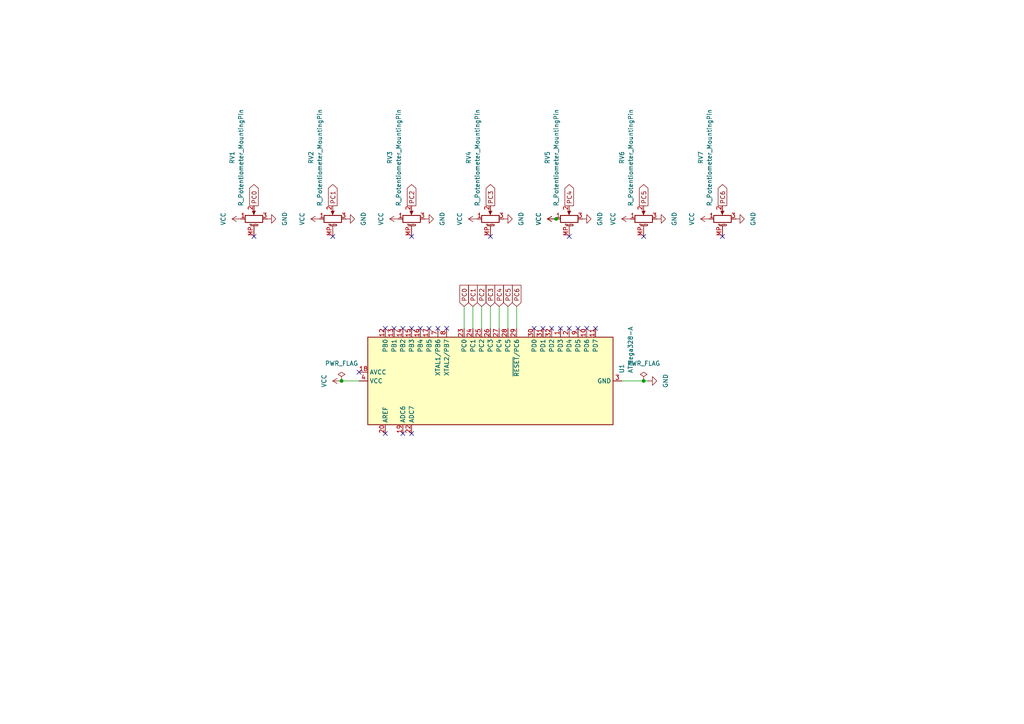
<source format=kicad_sch>
(kicad_sch (version 20231120) (generator "eeschema") (generator_version "8.0")
  (paper "A4")
  (lib_symbols
    (symbol "Device:R_Potentiometer_MountingPin" (pin_names (offset 1.016) hide)
      (property "Reference" "RV" (at -8.255 0 90))
      (property "Value" "R_Potentiometer_MountingPin" (at -6.35 0 90))
      (symbol "R_Potentiometer_MountingPin_0_1"
        (polyline (pts (xy 2.54 0) (xy 1.524 0)))
        (polyline (pts (xy 1.143 0) (xy 2.286 0.508) (xy 2.286 -0.508)) (fill (type outline)))
        (rectangle (start 1.016 2.54) (end -1.016 -2.54) (stroke (width 0.254)))
      )
      (symbol "R_Potentiometer_MountingPin_1_1"
        (polyline (pts (xy -2.032 1.016) (xy -2.032 -1.016)) (stroke (width 0.1524)))
        (text "Mounting" (at -1.651 0 900) (effects (font (size 0.381 0.381))))
        (pin passive line (at 0 3.81 270) (length 1.27) (name "1") (number "1"))
        (pin passive line (at 3.81 0 180) (length 1.27) (name "2") (number "2"))
        (pin passive line (at 0 -3.81 90) (length 1.27) (name "3") (number "3"))
        (pin passive line (at -5.08 0 0) (length 3.048) (name "MountPin") (number "MP"))
      )
    )
    (symbol "MCU_Microchip_ATmega:ATmega328-A"
      (property "Reference" "U" (at -12.7 36.83 0))
      (property "Value" "ATmega328-A" (at 2.54 -36.83 0))
      (symbol "ATmega328-A_0_1"
        (rectangle (start -12.7 -35.56) (end 12.7 35.56) (stroke (width 0.254)) (fill (type background)))
      )
      (symbol "ATmega328-A_1_1"
        (pin bidirectional line (at 15.24 -20.32 180) (length 2.54) (name "PD3") (number "1"))
        (pin bidirectional line (at 15.24 -27.94 180) (length 2.54) (name "PD6") (number "10"))
        (pin bidirectional line (at 15.24 -30.48 180) (length 2.54) (name "PD7") (number "11"))
        (pin bidirectional line (at 15.24 30.48 180) (length 2.54) (name "PB0") (number "12"))
        (pin bidirectional line (at 15.24 27.94 180) (length 2.54) (name "PB1") (number "13"))
        (pin bidirectional line (at 15.24 25.4 180) (length 2.54) (name "PB2") (number "14"))
        (pin bidirectional line (at 15.24 22.86 180) (length 2.54) (name "PB3") (number "15"))
        (pin bidirectional line (at 15.24 20.32 180) (length 2.54) (name "PB4") (number "16"))
        (pin bidirectional line (at 15.24 17.78 180) (length 2.54) (name "PB5") (number "17"))
        (pin power_in line (at 2.54 38.1 270) (length 2.54) (name "AVCC") (number "18"))
        (pin input line (at -15.24 25.4 0) (length 2.54) (name "ADC6") (number "19"))
        (pin bidirectional line (at 15.24 -22.86 180) (length 2.54) (name "PD4") (number "2"))
        (pin passive line (at -15.24 30.48 0) (length 2.54) (name "AREF") (number "20"))
        (pin passive line (at 0 -38.1 90) (length 2.54) hide (name "GND") (number "21"))
        (pin input line (at -15.24 22.86 0) (length 2.54) (name "ADC7") (number "22"))
        (pin bidirectional line (at 15.24 7.62 180) (length 2.54) (name "PC0") (number "23"))
        (pin bidirectional line (at 15.24 5.08 180) (length 2.54) (name "PC1") (number "24"))
        (pin bidirectional line (at 15.24 2.54 180) (length 2.54) (name "PC2") (number "25"))
        (pin bidirectional line (at 15.24 0 180) (length 2.54) (name "PC3") (number "26"))
        (pin bidirectional line (at 15.24 -2.54 180) (length 2.54) (name "PC4") (number "27"))
        (pin bidirectional line (at 15.24 -5.08 180) (length 2.54) (name "PC5") (number "28"))
        (pin bidirectional line (at 15.24 -7.62 180) (length 2.54) (name "~{RESET}/PC6") (number "29"))
        (pin power_in line (at 0 -38.1 90) (length 2.54) (name "GND") (number "3"))
        (pin bidirectional line (at 15.24 -12.7 180) (length 2.54) (name "PD0") (number "30"))
        (pin bidirectional line (at 15.24 -15.24 180) (length 2.54) (name "PD1") (number "31"))
        (pin bidirectional line (at 15.24 -17.78 180) (length 2.54) (name "PD2") (number "32"))
        (pin power_in line (at 0 38.1 270) (length 2.54) (name "VCC") (number "4"))
        (pin passive line (at 0 -38.1 90) (length 2.54) hide (name "GND") (number "5"))
        (pin passive line (at 0 38.1 270) (length 2.54) hide (name "VCC") (number "6"))
        (pin bidirectional line (at 15.24 15.24 180) (length 2.54) (name "XTAL1/PB6") (number "7"))
        (pin bidirectional line (at 15.24 12.7 180) (length 2.54) (name "XTAL2/PB7") (number "8"))
        (pin bidirectional line (at 15.24 -25.4 180) (length 2.54) (name "PD5") (number "9"))
      )
    )
    (symbol "power:GND" (power) (pin_numbers hide) (pin_names (offset 0) hide)
      (property "Value" "GND" (at 0 -3.81 0))
      (symbol "GND_0_1"
        (polyline (pts (xy 0 0) (xy 0 -1.27) (xy 1.27 -1.27) (xy 0 -2.54) (xy -1.27 -1.27) (xy 0 -1.27)))
      )
      (symbol "GND_1_1"
        (pin power_in line (at 0 0 270) (length 0) (name "~") (number "1"))
      )
    )
    (symbol "power:PWR_FLAG" (power) (pin_numbers hide) (pin_names (offset 0) hide)
      (property "Value" "PWR_FLAG" (at 0 3.81 0))
      (symbol "PWR_FLAG_0_0"
        (pin power_out line (at 0 0 90) (length 0) (name "~") (number "1"))
      )
      (symbol "PWR_FLAG_0_1"
        (polyline (pts (xy 0 0) (xy 0 1.27) (xy -1.016 1.905) (xy 0 2.54) (xy 1.016 1.905) (xy 0 1.27)))
      )
    )
    (symbol "power:VCC" (power) (pin_numbers hide) (pin_names (offset 0) hide)
      (property "Value" "VCC" (at 0 3.556 0))
      (symbol "VCC_0_1"
        (polyline (pts (xy -0.762 1.27) (xy 0 2.54)))
        (polyline (pts (xy 0 0) (xy 0 2.54)))
        (polyline (pts (xy 0 2.54) (xy 0.762 1.27)))
      )
      (symbol "VCC_1_1"
        (pin power_in line (at 0 0 90) (length 0) (name "~") (number "1"))
      )
    )
  )
  (junction (at 161.29 63.5))
  (junction (at 99.06 110.49))
  (junction (at 186.69 110.49))
  (no_connect (at 160.02 95.25))
  (no_connect (at 157.48 95.25))
  (no_connect (at 119.38 125.73))
  (no_connect (at 111.76 95.25))
  (no_connect (at 104.14 107.95))
  (no_connect (at 186.69 68.58))
  (no_connect (at 154.94 95.25))
  (no_connect (at 162.56 95.25))
  (no_connect (at 119.38 68.58))
  (no_connect (at 167.64 95.25))
  (no_connect (at 172.72 95.25))
  (no_connect (at 165.1 68.58))
  (no_connect (at 96.52 68.58))
  (no_connect (at 165.1 95.25))
  (no_connect (at 121.92 95.25))
  (no_connect (at 73.66 68.58))
  (no_connect (at 127 95.25))
  (no_connect (at 129.54 95.25))
  (no_connect (at 114.3 95.25))
  (no_connect (at 116.84 95.25))
  (no_connect (at 119.38 95.25))
  (no_connect (at 116.84 125.73))
  (no_connect (at 124.46 95.25))
  (no_connect (at 111.76 125.73))
  (no_connect (at 170.18 95.25))
  (no_connect (at 142.24 68.58))
  (no_connect (at 209.55 68.58))
  (wire (pts (xy 99.06 110.49) (xy 104.14 110.49)))
  (wire (pts (xy 186.69 110.49) (xy 180.34 110.49)))
  (wire (pts (xy 144.78 95.25) (xy 144.78 88.9)))
  (wire (pts (xy 187.96 110.49) (xy 186.69 110.49)))
  (wire (pts (xy 147.32 95.25) (xy 147.32 88.9)))
  (wire (pts (xy 134.62 88.9) (xy 134.62 95.25)))
  (wire (pts (xy 137.16 88.9) (xy 137.16 95.25)))
  (wire (pts (xy 142.24 95.25) (xy 142.24 88.9)))
  (wire (pts (xy 149.86 95.25) (xy 149.86 88.9)))
  (wire (pts (xy 139.7 95.25) (xy 139.7 88.9)))
  (global_label "PC6" (shape output) (at 209.55 59.69 90) (property "Intersheetrefs" "${INTERSHEET_REFS}" (effects (hide yes))))
  (global_label "PC2" (shape input) (at 139.7 88.9 90) (property "Intersheetrefs" "${INTERSHEET_REFS}" (effects (hide yes))))
  (global_label "PC2" (shape output) (at 119.38 59.69 90) (property "Intersheetrefs" "${INTERSHEET_REFS}" (effects (hide yes))))
  (global_label "PC5" (shape input) (at 147.32 88.9 90) (property "Intersheetrefs" "${INTERSHEET_REFS}" (effects (hide yes))))
  (global_label "PC0" (shape output) (at 73.66 59.69 90) (property "Intersheetrefs" "${INTERSHEET_REFS}" (effects (hide yes))))
  (global_label "PC6" (shape input) (at 149.86 88.9 90) (property "Intersheetrefs" "${INTERSHEET_REFS}" (effects (hide yes))))
  (global_label "PC5" (shape output) (at 186.69 59.69 90) (property "Intersheetrefs" "${INTERSHEET_REFS}" (effects (hide yes))))
  (global_label "PC1" (shape output) (at 96.52 59.69 90) (property "Intersheetrefs" "${INTERSHEET_REFS}" (effects (hide yes))))
  (global_label "PC3" (shape output) (at 142.24 59.69 90) (property "Intersheetrefs" "${INTERSHEET_REFS}" (effects (hide yes))))
  (global_label "PC1" (shape input) (at 137.16 88.9 90) (property "Intersheetrefs" "${INTERSHEET_REFS}" (effects (hide yes))))
  (global_label "PC0" (shape input) (at 134.62 88.9 90) (property "Intersheetrefs" "${INTERSHEET_REFS}" (effects (hide yes))))
  (global_label "PC3" (shape input) (at 142.24 88.9 90) (property "Intersheetrefs" "${INTERSHEET_REFS}" (effects (hide yes))))
  (global_label "PC4" (shape input) (at 144.78 88.9 90) (property "Intersheetrefs" "${INTERSHEET_REFS}" (effects (hide yes))))
  (global_label "PC4" (shape output) (at 165.1 59.69 90) (property "Intersheetrefs" "${INTERSHEET_REFS}" (effects (hide yes))))
  (symbol (lib_id "power:VCC") (at 92.71 63.5 90) (unit 1)
    (property "Reference" "#PWR011" (effects (hide yes)))
    (property "Value" "VCC" (at 87.63 63.5 0))
    (property "Description" "Power symbol creates a global label with name \"VCC\"" (effects (hide yes)))
  )
  (symbol (lib_id "Device:R_Potentiometer_MountingPin") (at 96.52 63.5 90) (unit 1)
    (property "Reference" "RV2" (at 90.2014 45.72 0))
    (property "Value" "R_Potentiometer_MountingPin" (at 92.7414 45.72 0))
    (property "Footprint" "Potentiometer_THT:Potentiometer_Bourns_PTA6043_Single_Slide" (effects (hide yes)))
    (property "Description" "Potentiometer with a mounting pin" (effects (hide yes)))
  )
  (symbol (lib_id "Device:R_Potentiometer_MountingPin") (at 209.55 63.5 90) (unit 1)
    (property "Reference" "RV7" (at 203.2314 45.72 0))
    (property "Value" "R_Potentiometer_MountingPin" (at 205.7714 45.72 0))
    (property "Footprint" "Potentiometer_THT:Potentiometer_Bourns_PTA6043_Single_Slide" (effects (hide yes)))
    (property "Description" "Potentiometer with a mounting pin" (effects (hide yes)))
  )
  (symbol (lib_id "power:PWR_FLAG") (at 186.69 110.49 0) (unit 1)
    (property "Reference" "#FLG02" (effects (hide yes)))
    (property "Value" "PWR_FLAG" (at 186.69 105.41 0))
    (property "Description" "Special symbol for telling ERC where power comes from" (effects (hide yes)))
  )
  (symbol (lib_id "power:VCC") (at 115.57 63.5 90) (unit 1)
    (property "Reference" "#PWR012" (effects (hide yes)))
    (property "Value" "VCC" (at 110.49 63.5 0))
    (property "Description" "Power symbol creates a global label with name \"VCC\"" (effects (hide yes)))
  )
  (symbol (lib_id "power:GND") (at 77.47 63.5 90) (unit 1)
    (property "Reference" "#PWR08" (effects (hide yes)))
    (property "Value" "GND" (at 82.55 63.5 0))
    (property "Description" "Power symbol creates a global label with name \"GND\" , ground" (effects (hide yes)))
  )
  (symbol (lib_id "power:GND") (at 168.91 63.5 90) (unit 1)
    (property "Reference" "#PWR04" (effects (hide yes)))
    (property "Value" "GND" (at 173.99 63.5 0))
    (property "Description" "Power symbol creates a global label with name \"GND\" , ground" (effects (hide yes)))
  )
  (symbol (lib_id "power:GND") (at 190.5 63.5 90) (unit 1)
    (property "Reference" "#PWR03" (effects (hide yes)))
    (property "Value" "GND" (at 195.58 63.5 0))
    (property "Description" "Power symbol creates a global label with name \"GND\" , ground" (effects (hide yes)))
  )
  (symbol (lib_id "Device:R_Potentiometer_MountingPin") (at 73.66 63.5 90) (unit 1)
    (property "Reference" "RV1" (at 67.3414 45.72 0))
    (property "Value" "R_Potentiometer_MountingPin" (at 69.8814 45.72 0))
    (property "Footprint" "Potentiometer_THT:Potentiometer_Bourns_PTA6043_Single_Slide" (effects (hide yes)))
    (property "Description" "Potentiometer with a mounting pin" (effects (hide yes)))
  )
  (symbol (lib_id "power:VCC") (at 161.29 63.5 90) (unit 1)
    (property "Reference" "#PWR015" (effects (hide yes)))
    (property "Value" "VCC" (at 156.21 63.5 0))
    (property "Description" "Power symbol creates a global label with name \"VCC\"" (effects (hide yes)))
  )
  (symbol (lib_id "power:VCC") (at 182.88 63.5 90) (unit 1)
    (property "Reference" "#PWR016" (effects (hide yes)))
    (property "Value" "VCC" (at 177.8 63.5 0))
    (property "Description" "Power symbol creates a global label with name \"VCC\"" (effects (hide yes)))
  )
  (symbol (lib_id "power:VCC") (at 161.29 63.5 90) (unit 1)
    (property "Reference" "#PWR014" (effects (hide yes)))
    (property "Value" "VCC" (at 156.21 63.5 0))
    (property "Description" "Power symbol creates a global label with name \"VCC\"" (effects (hide yes)))
  )
  (symbol (lib_id "power:PWR_FLAG") (at 99.06 110.49 0) (unit 1)
    (property "Reference" "#FLG01" (effects (hide yes)))
    (property "Value" "PWR_FLAG" (at 99.06 105.41 0))
    (property "Description" "Special symbol for telling ERC where power comes from" (effects (hide yes)))
  )
  (symbol (lib_id "Device:R_Potentiometer_MountingPin") (at 119.38 63.5 90) (unit 1)
    (property "Reference" "RV3" (at 113.0614 45.72 0))
    (property "Value" "R_Potentiometer_MountingPin" (at 115.6014 45.72 0))
    (property "Footprint" "Potentiometer_THT:Potentiometer_Bourns_PTA6043_Single_Slide" (effects (hide yes)))
    (property "Description" "Potentiometer with a mounting pin" (effects (hide yes)))
  )
  (symbol (lib_id "power:VCC") (at 99.06 110.49 90) (unit 1)
    (property "Reference" "#PWR09" (effects (hide yes)))
    (property "Value" "VCC" (at 93.98 110.49 0))
    (property "Description" "Power symbol creates a global label with name \"VCC\"" (effects (hide yes)))
  )
  (symbol (lib_id "power:GND") (at 123.19 63.5 90) (unit 1)
    (property "Reference" "#PWR06" (effects (hide yes)))
    (property "Value" "GND" (at 128.27 63.5 0))
    (property "Description" "Power symbol creates a global label with name \"GND\" , ground" (effects (hide yes)))
  )
  (symbol (lib_id "power:GND") (at 146.05 63.5 90) (unit 1)
    (property "Reference" "#PWR05" (effects (hide yes)))
    (property "Value" "GND" (at 151.13 63.5 0))
    (property "Description" "Power symbol creates a global label with name \"GND\" , ground" (effects (hide yes)))
  )
  (symbol (lib_id "power:GND") (at 187.96 110.49 90) (unit 1)
    (property "Reference" "#PWR01" (effects (hide yes)))
    (property "Value" "GND" (at 193.04 110.49 0))
    (property "Description" "Power symbol creates a global label with name \"GND\" , ground" (effects (hide yes)))
  )
  (symbol (lib_id "Device:R_Potentiometer_MountingPin") (at 186.69 63.5 90) (unit 1)
    (property "Reference" "RV6" (at 180.3714 45.72 0))
    (property "Value" "R_Potentiometer_MountingPin" (at 182.9114 45.72 0))
    (property "Footprint" "Potentiometer_THT:Potentiometer_Bourns_PTA6043_Single_Slide" (effects (hide yes)))
    (property "Description" "Potentiometer with a mounting pin" (effects (hide yes)))
  )
  (symbol (lib_id "Device:R_Potentiometer_MountingPin") (at 142.24 63.5 90) (unit 1)
    (property "Reference" "RV4" (at 135.9214 45.72 0))
    (property "Value" "R_Potentiometer_MountingPin" (at 138.4614 45.72 0))
    (property "Footprint" "Potentiometer_THT:Potentiometer_Bourns_PTA6043_Single_Slide" (effects (hide yes)))
    (property "Description" "Potentiometer with a mounting pin" (effects (hide yes)))
  )
  (symbol (lib_id "Device:R_Potentiometer_MountingPin") (at 165.1 63.5 90) (unit 1)
    (property "Reference" "RV5" (at 158.7814 45.72 0))
    (property "Value" "R_Potentiometer_MountingPin" (at 161.3214 45.72 0))
    (property "Footprint" "Potentiometer_THT:Potentiometer_Bourns_PTA6043_Single_Slide" (effects (hide yes)))
    (property "Description" "Potentiometer with a mounting pin" (effects (hide yes)))
  )
  (symbol (lib_id "power:VCC") (at 138.43 63.5 90) (unit 1)
    (property "Reference" "#PWR013" (effects (hide yes)))
    (property "Value" "VCC" (at 133.35 63.5 0))
    (property "Description" "Power symbol creates a global label with name \"VCC\"" (effects (hide yes)))
  )
  (symbol (lib_id "power:GND") (at 100.33 63.5 90) (unit 1)
    (property "Reference" "#PWR07" (effects (hide yes)))
    (property "Value" "GND" (at 105.41 63.5 0))
    (property "Description" "Power symbol creates a global label with name \"GND\" , ground" (effects (hide yes)))
  )
  (symbol (lib_id "power:VCC") (at 69.85 63.5 90) (unit 1)
    (property "Reference" "#PWR010" (effects (hide yes)))
    (property "Value" "VCC" (at 64.77 63.5 0))
    (property "Description" "Power symbol creates a global label with name \"VCC\"" (effects (hide yes)))
  )
  (symbol (lib_id "MCU_Microchip_ATmega:ATmega328-A") (at 142.24 110.49 90) (unit 1)
    (property "Reference" "U1" (at 180.34 108.2959 0) (effects (justify left)))
    (property "Value" "ATmega328-A" (at 182.88 108.2959 0) (effects (justify left)))
    (property "Footprint" "Package_QFP:TQFP-32_7x7mm_P0.8mm" (effects (hide yes)))
    (property "Datasheet" "http://ww1.microchip.com/downloads/en/DeviceDoc/ATmega328_P%20AVR%20MCU%20with%20picoPower%20Technology%20Data%20Sheet%2040001984A.pdf" (effects (hide yes)))
    (property "Description" "20MHz, 32kB Flash, 2kB SRAM, 1kB EEPROM, TQFP-32" (effects (hide yes)))
  )
  (symbol (lib_id "power:VCC") (at 205.74 63.5 90) (unit 1)
    (property "Reference" "#PWR017" (effects (hide yes)))
    (property "Value" "VCC" (at 200.66 63.5 0))
    (property "Description" "Power symbol creates a global label with name \"VCC\"" (effects (hide yes)))
  )
  (symbol (lib_id "power:GND") (at 213.36 63.5 90) (unit 1)
    (property "Reference" "#PWR02" (effects (hide yes)))
    (property "Value" "GND" (at 218.44 63.5 0))
    (property "Description" "Power symbol creates a global label with name \"GND\" , ground" (effects (hide yes)))
  )
)
</source>
